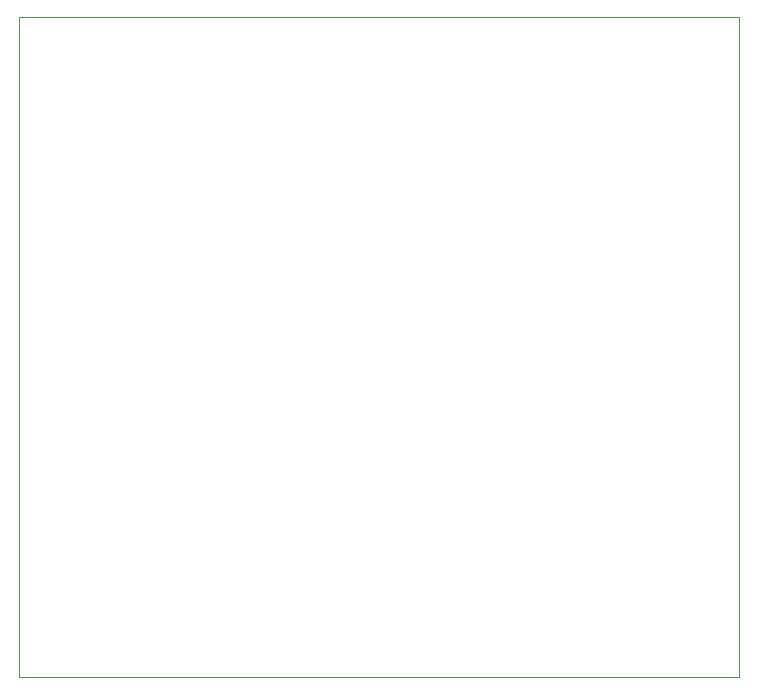
<source format=gbr>
%TF.GenerationSoftware,KiCad,Pcbnew,(6.0.7)*%
%TF.CreationDate,2022-09-24T10:52:59-05:00*%
%TF.ProjectId,adap0,61646170-302e-46b6-9963-61645f706362,rev?*%
%TF.SameCoordinates,Original*%
%TF.FileFunction,Profile,NP*%
%FSLAX46Y46*%
G04 Gerber Fmt 4.6, Leading zero omitted, Abs format (unit mm)*
G04 Created by KiCad (PCBNEW (6.0.7)) date 2022-09-24 10:52:59*
%MOMM*%
%LPD*%
G01*
G04 APERTURE LIST*
%TA.AperFunction,Profile*%
%ADD10C,0.100000*%
%TD*%
G04 APERTURE END LIST*
D10*
X190500000Y-105410000D02*
X129540000Y-105410000D01*
X129540000Y-105410000D02*
X129540000Y-49530000D01*
X129540000Y-49530000D02*
X190500000Y-49530000D01*
X190500000Y-49530000D02*
X190500000Y-105410000D01*
M02*

</source>
